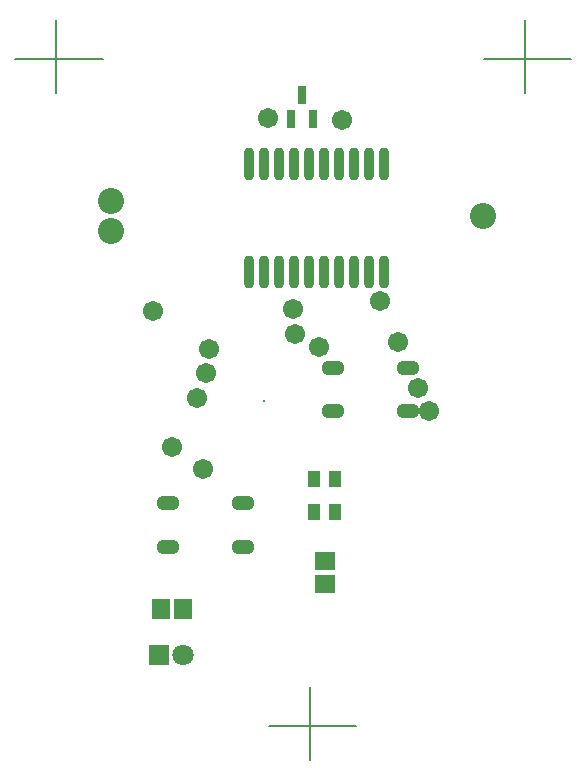
<source format=gts>
%FSLAX44Y44*%
%MOMM*%
G71*
G01*
G75*
G04 Layer_Color=8388736*
%ADD10C,0.2000*%
%ADD11R,1.7032X1.5032*%
%ADD12R,1.1032X1.4032*%
%ADD13R,0.8032X1.5032*%
%ADD14O,0.9032X2.8032*%
G04:AMPARAMS|DCode=15|XSize=1.8032mm|YSize=1.1032mm|CornerRadius=0.3266mm|HoleSize=0mm|Usage=FLASHONLY|Rotation=180.000|XOffset=0mm|YOffset=0mm|HoleType=Round|Shape=RoundedRectangle|*
%AMROUNDEDRECTD15*
21,1,1.8032,0.4500,0,0,180.0*
21,1,1.1500,1.1032,0,0,180.0*
1,1,0.6532,-0.5750,0.2250*
1,1,0.6532,0.5750,0.2250*
1,1,0.6532,0.5750,-0.2250*
1,1,0.6532,-0.5750,-0.2250*
%
%ADD15ROUNDEDRECTD15*%
%ADD16R,1.5032X1.7032*%
%ADD17C,2.2032*%
%ADD18C,0.2032*%
%ADD19C,1.8032*%
%ADD20R,1.8032X1.8032*%
%ADD21C,1.7032*%
D10*
X254000Y26000D02*
Y88000D01*
X219000Y55000D02*
X293000D01*
X436000Y591000D02*
Y653000D01*
X401000Y620000D02*
X475000D01*
X39000Y591000D02*
Y653000D01*
X4000Y620000D02*
X78000D01*
D11*
X266000Y194500D02*
D03*
Y175500D02*
D03*
D12*
X257000Y264000D02*
D03*
X275000D02*
D03*
X257000Y236000D02*
D03*
X275000D02*
D03*
D13*
X247000Y589500D02*
D03*
X256500Y568500D02*
D03*
X237500D02*
D03*
D14*
X316150Y531000D02*
D03*
X303450D02*
D03*
X290750D02*
D03*
X278050D02*
D03*
X265350D02*
D03*
X252650D02*
D03*
X239950D02*
D03*
X227250D02*
D03*
X214550D02*
D03*
X201850D02*
D03*
X316150Y439000D02*
D03*
X303450D02*
D03*
X290750D02*
D03*
X278050D02*
D03*
X265350D02*
D03*
X252650D02*
D03*
X239950D02*
D03*
X227250D02*
D03*
X214550D02*
D03*
X201850D02*
D03*
D15*
X133000Y206500D02*
D03*
Y243500D02*
D03*
X197000Y206500D02*
D03*
Y243500D02*
D03*
X273000Y321500D02*
D03*
Y358500D02*
D03*
X337000Y321500D02*
D03*
Y358500D02*
D03*
D16*
X146500Y154000D02*
D03*
X127500D02*
D03*
D17*
X85500Y499700D02*
D03*
Y474300D02*
D03*
X400500Y487000D02*
D03*
D18*
X215000Y330000D02*
D03*
D19*
X146000Y115000D02*
D03*
D20*
X126000D02*
D03*
D21*
X121000Y406000D02*
D03*
X313000Y415000D02*
D03*
X218000Y570000D02*
D03*
X328000Y380000D02*
D03*
X281000Y568000D02*
D03*
X345000Y341000D02*
D03*
X354500Y321500D02*
D03*
X137000Y290999D02*
D03*
X241000Y387000D02*
D03*
X166000Y354000D02*
D03*
X239000Y408000D02*
D03*
X261000Y376000D02*
D03*
X168000Y374000D02*
D03*
X163000Y273000D02*
D03*
X158000Y333000D02*
D03*
M02*

</source>
